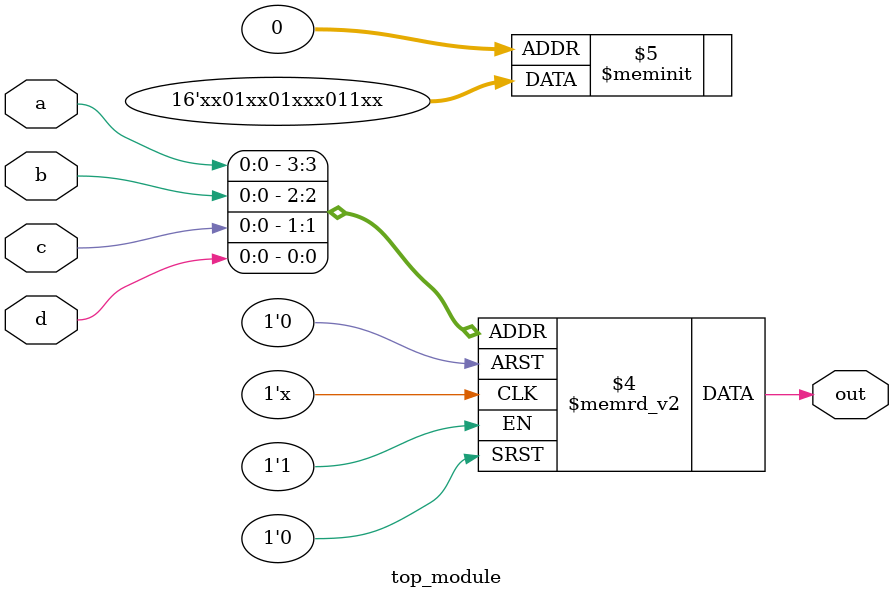
<source format=sv>
module top_module (
  input a,
  input b,
  input c,
  input d,
  output reg out
);

  always @(a, b, c, d) begin
    case ({a, b, c, d})
      4'b0000, 4'b0001, 4'b0101, 4'b0110, 4'b0111, 4'b1010, 4'b1011, 4'b1110, 4'b1111: out <= 1'bx;
      4'b0011, 4'b0010, 4'b1100, 4'b1000, 4'b1011, 4'b1111: out <= 1;
      default: out <= 0;
    endcase
  end

endmodule

</source>
